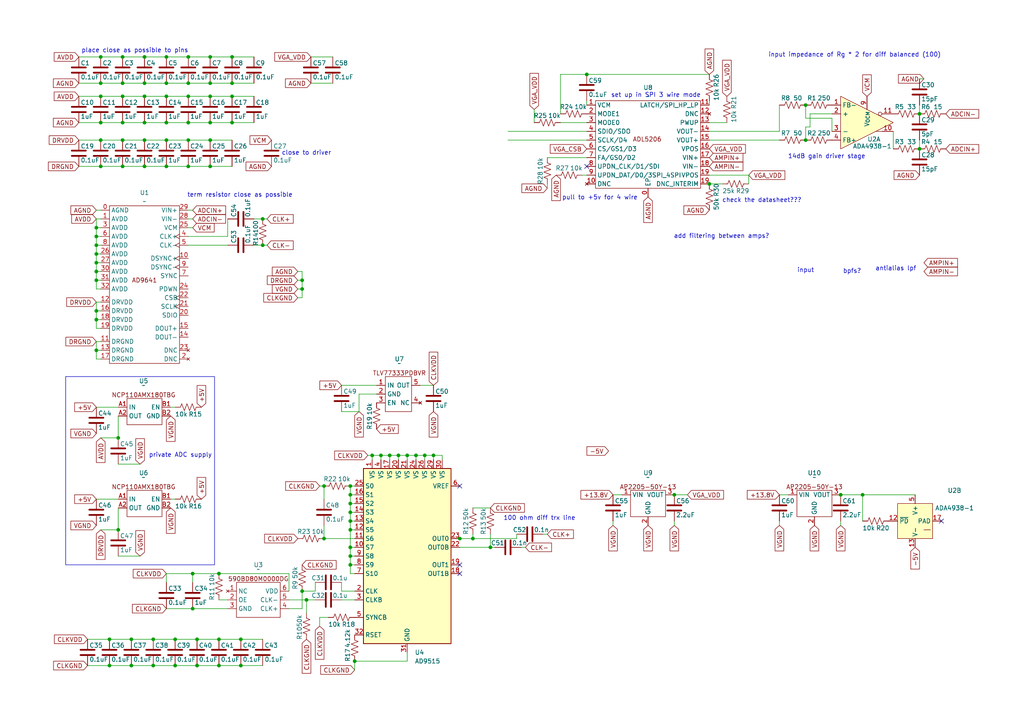
<source format=kicad_sch>
(kicad_sch (version 20231120) (generator "eeschema") (generator_version "8.0")
  (paper "A4")
  (junction (at 31.75 193.04))
  (junction (at 34.29 153.67))
  (junction (at 93.98 156.21))
  (junction (at 29.21 16.51))
  (junction (at 29.21 35.56))
  (junction (at 88.9 173.99))
  (junction (at 87.63 83.82))
  (junction (at 41.91 16.51))
  (junction (at 50.8 193.04))
  (junction (at 54.61 24.13))
  (junction (at 27.94 68.58))
  (junction (at 60.96 16.51))
  (junction (at 60.96 35.56))
  (junction (at 266.7 43.18))
  (junction (at 41.91 27.94))
  (junction (at 35.56 35.56))
  (junction (at 55.88 166.37))
  (junction (at 29.21 24.13))
  (junction (at 27.94 101.6))
  (junction (at 35.56 48.26))
  (junction (at 101.6 143.51))
  (junction (at 60.96 40.64))
  (junction (at 57.15 193.04))
  (junction (at 133.35 156.21))
  (junction (at 63.5 185.42))
  (junction (at 123.19 132.08))
  (junction (at 101.6 153.67))
  (junction (at 69.85 193.04))
  (junction (at 63.5 166.37))
  (junction (at 44.45 185.42))
  (junction (at 118.11 132.08))
  (junction (at 54.61 35.56))
  (junction (at 27.94 73.66))
  (junction (at 107.95 132.08))
  (junction (at 55.88 176.53))
  (junction (at 76.2 71.12))
  (junction (at 48.26 24.13))
  (junction (at 44.45 193.04))
  (junction (at 27.94 71.12))
  (junction (at 41.91 40.64))
  (junction (at 76.2 63.5))
  (junction (at 35.56 16.51))
  (junction (at 67.31 35.56))
  (junction (at 125.73 132.08))
  (junction (at 48.26 40.64))
  (junction (at 101.6 163.83))
  (junction (at 31.75 185.42))
  (junction (at 69.85 185.42))
  (junction (at 27.94 78.74))
  (junction (at 195.58 143.51))
  (junction (at 48.26 48.26))
  (junction (at 102.87 191.77))
  (junction (at 233.68 40.64))
  (junction (at 48.26 35.56))
  (junction (at 48.26 16.51))
  (junction (at 50.8 185.42))
  (junction (at 233.68 30.48))
  (junction (at 101.6 148.59))
  (junction (at 113.03 132.08))
  (junction (at 27.94 76.2))
  (junction (at 27.94 81.28))
  (junction (at 115.57 132.08))
  (junction (at 29.21 48.26))
  (junction (at 170.18 21.59))
  (junction (at 67.31 27.94))
  (junction (at 29.21 27.94))
  (junction (at 101.6 140.97))
  (junction (at 54.61 27.94))
  (junction (at 27.94 92.71))
  (junction (at 101.6 151.13))
  (junction (at 67.31 24.13))
  (junction (at 48.26 27.94))
  (junction (at 101.6 146.05))
  (junction (at 87.63 171.45))
  (junction (at 54.61 16.51))
  (junction (at 27.94 66.04))
  (junction (at 38.1 185.42))
  (junction (at 54.61 48.26))
  (junction (at 57.15 185.42))
  (junction (at 29.21 40.64))
  (junction (at 60.96 27.94))
  (junction (at 41.91 48.26))
  (junction (at 38.1 193.04))
  (junction (at 101.6 158.75))
  (junction (at 67.31 16.51))
  (junction (at 142.24 158.75))
  (junction (at 34.29 127))
  (junction (at 60.96 48.26))
  (junction (at 63.5 193.04))
  (junction (at 120.65 132.08))
  (junction (at 35.56 27.94))
  (junction (at 266.7 33.02))
  (junction (at 41.91 24.13))
  (junction (at 60.96 24.13))
  (junction (at 41.91 35.56))
  (junction (at 110.49 132.08))
  (junction (at 93.98 140.97))
  (junction (at 101.6 161.29))
  (junction (at 35.56 24.13))
  (junction (at 205.74 53.34))
  (junction (at 27.94 90.17))
  (junction (at 243.84 143.51))
  (junction (at 35.56 40.64))
  (junction (at 87.63 81.28))
  (junction (at 54.61 40.64))
  (junction (at 250.19 143.51))
  (junction (at 137.16 156.21))
  (no_connect (at 133.35 166.37))
  (no_connect (at 133.35 140.97))
  (no_connect (at 133.35 163.83))
  (no_connect (at 170.18 48.26))
  (no_connect (at 273.05 151.13))
  (wire (pts (xy 34.29 120.65) (xy 34.29 127)))
  (wire (pts (xy 22.86 48.26) (xy 29.21 48.26)))
  (wire (pts (xy 69.85 185.42) (xy 76.2 185.42)))
  (wire (pts (xy 86.36 81.28) (xy 87.63 81.28)))
  (wire (pts (xy 22.86 35.56) (xy 29.21 35.56)))
  (wire (pts (xy 22.86 24.13) (xy 29.21 24.13)))
  (wire (pts (xy 217.17 50.8) (xy 217.17 53.34)))
  (wire (pts (xy 48.26 35.56) (xy 54.61 35.56)))
  (wire (pts (xy 102.87 158.75) (xy 101.6 158.75)))
  (wire (pts (xy 22.86 16.51) (xy 29.21 16.51)))
  (wire (pts (xy 101.6 143.51) (xy 101.6 140.97)))
  (wire (pts (xy 29.21 24.13) (xy 35.56 24.13)))
  (wire (pts (xy 233.68 34.29) (xy 241.3 34.29)))
  (wire (pts (xy 101.6 146.05) (xy 101.6 148.59)))
  (wire (pts (xy 123.19 132.08) (xy 123.19 133.35)))
  (wire (pts (xy 128.27 132.08) (xy 128.27 133.35)))
  (wire (pts (xy 27.94 66.04) (xy 29.21 66.04)))
  (wire (pts (xy 95.25 179.07) (xy 92.71 179.07)))
  (wire (pts (xy 115.57 132.08) (xy 115.57 133.35)))
  (wire (pts (xy 73.66 71.12) (xy 76.2 71.12)))
  (wire (pts (xy 199.39 143.51) (xy 195.58 143.51)))
  (wire (pts (xy 101.6 161.29) (xy 101.6 158.75)))
  (wire (pts (xy 27.94 71.12) (xy 29.21 71.12)))
  (wire (pts (xy 35.56 16.51) (xy 41.91 16.51)))
  (wire (pts (xy 88.9 173.99) (xy 91.44 173.99)))
  (wire (pts (xy 54.61 16.51) (xy 60.96 16.51)))
  (wire (pts (xy 60.96 24.13) (xy 67.31 24.13)))
  (wire (pts (xy 147.32 38.1) (xy 170.18 38.1)))
  (wire (pts (xy 76.2 63.5) (xy 77.47 63.5)))
  (wire (pts (xy 101.6 158.75) (xy 101.6 153.67)))
  (wire (pts (xy 48.26 40.64) (xy 54.61 40.64)))
  (wire (pts (xy 27.94 92.71) (xy 29.21 92.71)))
  (wire (pts (xy 158.75 154.94) (xy 157.48 154.94)))
  (wire (pts (xy 55.88 166.37) (xy 55.88 168.91)))
  (wire (pts (xy 57.15 193.04) (xy 63.5 193.04)))
  (wire (pts (xy 31.75 193.04) (xy 38.1 193.04)))
  (wire (pts (xy 41.91 48.26) (xy 48.26 48.26)))
  (wire (pts (xy 93.98 152.4) (xy 93.98 156.21)))
  (wire (pts (xy 110.49 132.08) (xy 113.03 132.08)))
  (wire (pts (xy 27.94 99.06) (xy 27.94 101.6)))
  (wire (pts (xy 113.03 132.08) (xy 115.57 132.08)))
  (wire (pts (xy 54.61 24.13) (xy 60.96 24.13)))
  (wire (pts (xy 101.6 148.59) (xy 101.6 151.13)))
  (wire (pts (xy 93.98 156.21) (xy 102.87 156.21)))
  (wire (pts (xy 22.86 40.64) (xy 29.21 40.64)))
  (wire (pts (xy 29.21 35.56) (xy 35.56 35.56)))
  (wire (pts (xy 35.56 35.56) (xy 41.91 35.56)))
  (wire (pts (xy 27.94 81.28) (xy 29.21 81.28)))
  (wire (pts (xy 48.26 24.13) (xy 54.61 24.13)))
  (wire (pts (xy 27.94 71.12) (xy 27.94 73.66)))
  (wire (pts (xy 101.6 148.59) (xy 102.87 148.59)))
  (wire (pts (xy 29.21 99.06) (xy 27.94 99.06)))
  (wire (pts (xy 110.49 132.08) (xy 110.49 133.35)))
  (wire (pts (xy 29.21 63.5) (xy 27.94 63.5)))
  (wire (pts (xy 250.19 143.51) (xy 250.19 151.13)))
  (wire (pts (xy 69.85 193.04) (xy 76.2 193.04)))
  (wire (pts (xy 92.71 140.97) (xy 93.98 140.97)))
  (wire (pts (xy 125.73 132.08) (xy 125.73 133.35)))
  (wire (pts (xy 158.75 45.72) (xy 170.18 45.72)))
  (wire (pts (xy 27.94 118.11) (xy 34.29 118.11)))
  (wire (pts (xy 101.6 163.83) (xy 102.87 163.83)))
  (wire (pts (xy 107.95 132.08) (xy 107.95 133.35)))
  (wire (pts (xy 121.92 111.76) (xy 125.73 111.76)))
  (wire (pts (xy 22.86 27.94) (xy 29.21 27.94)))
  (wire (pts (xy 137.16 147.32) (xy 142.24 147.32)))
  (wire (pts (xy 142.24 154.94) (xy 142.24 158.75)))
  (wire (pts (xy 55.88 66.04) (xy 54.61 66.04)))
  (wire (pts (xy 99.06 171.45) (xy 99.06 168.91)))
  (wire (pts (xy 54.61 68.58) (xy 66.04 68.58)))
  (wire (pts (xy 90.17 16.51) (xy 96.52 16.51)))
  (wire (pts (xy 234.95 33.02) (xy 241.3 33.02)))
  (wire (pts (xy 195.58 152.4) (xy 195.58 151.13)))
  (wire (pts (xy 83.82 176.53) (xy 87.63 176.53)))
  (wire (pts (xy 101.6 146.05) (xy 102.87 146.05)))
  (wire (pts (xy 102.87 171.45) (xy 99.06 171.45)))
  (wire (pts (xy 102.87 143.51) (xy 101.6 143.51)))
  (wire (pts (xy 101.6 140.97) (xy 102.87 140.97)))
  (wire (pts (xy 48.26 27.94) (xy 54.61 27.94)))
  (wire (pts (xy 109.22 114.3) (xy 104.14 114.3)))
  (wire (pts (xy 25.4 193.04) (xy 31.75 193.04)))
  (wire (pts (xy 27.94 144.78) (xy 34.29 144.78)))
  (wire (pts (xy 86.36 78.74) (xy 87.63 78.74)))
  (wire (pts (xy 170.18 21.59) (xy 205.74 21.59)))
  (wire (pts (xy 125.73 132.08) (xy 128.27 132.08)))
  (wire (pts (xy 27.94 68.58) (xy 27.94 71.12)))
  (wire (pts (xy 205.74 38.1) (xy 226.06 38.1)))
  (wire (pts (xy 101.6 161.29) (xy 102.87 161.29)))
  (wire (pts (xy 67.31 16.51) (xy 73.66 16.51)))
  (wire (pts (xy 162.56 33.02) (xy 162.56 21.59)))
  (wire (pts (xy 142.24 158.75) (xy 143.51 158.75)))
  (wire (pts (xy 29.21 16.51) (xy 35.56 16.51)))
  (wire (pts (xy 67.31 24.13) (xy 73.66 24.13)))
  (wire (pts (xy 149.86 156.21) (xy 137.16 156.21)))
  (wire (pts (xy 27.94 78.74) (xy 29.21 78.74)))
  (wire (pts (xy 120.65 132.08) (xy 120.65 133.35)))
  (wire (pts (xy 107.95 132.08) (xy 110.49 132.08)))
  (wire (pts (xy 118.11 191.77) (xy 118.11 189.23)))
  (wire (pts (xy 27.94 73.66) (xy 27.94 76.2)))
  (wire (pts (xy 142.24 158.75) (xy 133.35 158.75)))
  (wire (pts (xy 265.43 143.51) (xy 250.19 143.51)))
  (wire (pts (xy 102.87 191.77) (xy 102.87 194.31)))
  (wire (pts (xy 234.95 36.83) (xy 234.95 33.02)))
  (wire (pts (xy 41.91 35.56) (xy 48.26 35.56)))
  (wire (pts (xy 25.4 185.42) (xy 31.75 185.42)))
  (wire (pts (xy 27.94 60.96) (xy 29.21 60.96)))
  (wire (pts (xy 101.6 166.37) (xy 101.6 163.83)))
  (wire (pts (xy 54.61 27.94) (xy 60.96 27.94)))
  (wire (pts (xy 205.74 35.56) (xy 210.82 35.56)))
  (wire (pts (xy 149.86 154.94) (xy 149.86 156.21)))
  (wire (pts (xy 27.94 95.25) (xy 29.21 95.25)))
  (wire (pts (xy 88.9 173.99) (xy 88.9 177.8)))
  (wire (pts (xy 27.94 104.14) (xy 29.21 104.14)))
  (wire (pts (xy 87.63 78.74) (xy 87.63 81.28)))
  (wire (pts (xy 118.11 132.08) (xy 118.11 133.35)))
  (wire (pts (xy 29.21 153.67) (xy 34.29 153.67)))
  (wire (pts (xy 31.75 185.42) (xy 38.1 185.42)))
  (wire (pts (xy 41.91 40.64) (xy 48.26 40.64)))
  (wire (pts (xy 151.13 158.75) (xy 152.4 158.75)))
  (wire (pts (xy 101.6 146.05) (xy 101.6 143.51)))
  (wire (pts (xy 266.7 30.48) (xy 266.7 33.02)))
  (wire (pts (xy 27.94 78.74) (xy 27.94 81.28)))
  (wire (pts (xy 54.61 48.26) (xy 60.96 48.26)))
  (wire (pts (xy 27.94 66.04) (xy 27.94 68.58)))
  (wire (pts (xy 266.7 22.86) (xy 267.97 22.86)))
  (wire (pts (xy 99.06 119.38) (xy 104.14 119.38)))
  (wire (pts (xy 67.31 27.94) (xy 73.66 27.94)))
  (wire (pts (xy 99.06 111.76) (xy 109.22 111.76)))
  (wire (pts (xy 226.06 143.51) (xy 228.6 143.51)))
  (wire (pts (xy 29.21 40.64) (xy 35.56 40.64)))
  (wire (pts (xy 132.08 156.21) (xy 133.35 156.21)))
  (wire (pts (xy 41.91 27.94) (xy 48.26 27.94)))
  (wire (pts (xy 44.45 193.04) (xy 50.8 193.04)))
  (wire (pts (xy 29.21 87.63) (xy 27.94 87.63)))
  (wire (pts (xy 226.06 38.1) (xy 226.06 30.48)))
  (wire (pts (xy 44.45 185.42) (xy 50.8 185.42)))
  (wire (pts (xy 90.17 24.13) (xy 96.52 24.13)))
  (wire (pts (xy 123.19 132.08) (xy 125.73 132.08)))
  (wire (pts (xy 137.16 156.21) (xy 133.35 156.21)))
  (wire (pts (xy 41.91 24.13) (xy 48.26 24.13)))
  (wire (pts (xy 48.26 16.51) (xy 54.61 16.51)))
  (wire (pts (xy 50.8 193.04) (xy 57.15 193.04)))
  (wire (pts (xy 27.94 68.58) (xy 29.21 68.58)))
  (wire (pts (xy 48.26 166.37) (xy 55.88 166.37)))
  (wire (pts (xy 66.04 68.58) (xy 66.04 63.5)))
  (wire (pts (xy 106.68 132.08) (xy 107.95 132.08)))
  (wire (pts (xy 162.56 21.59) (xy 170.18 21.59)))
  (wire (pts (xy 34.29 147.32) (xy 34.29 153.67)))
  (wire (pts (xy 35.56 24.13) (xy 41.91 24.13)))
  (wire (pts (xy 162.56 35.56) (xy 170.18 35.56)))
  (wire (pts (xy 48.26 166.37) (xy 48.26 168.91)))
  (wire (pts (xy 55.88 176.53) (xy 66.04 176.53)))
  (wire (pts (xy 104.14 114.3) (xy 104.14 119.38)))
  (wire (pts (xy 115.57 132.08) (xy 118.11 132.08)))
  (wire (pts (xy 35.56 27.94) (xy 41.91 27.94)))
  (wire (pts (xy 27.94 90.17) (xy 29.21 90.17)))
  (wire (pts (xy 233.68 34.29) (xy 233.68 30.48)))
  (wire (pts (xy 63.5 185.42) (xy 69.85 185.42)))
  (wire (pts (xy 266.7 40.64) (xy 266.7 43.18)))
  (wire (pts (xy 226.06 152.4) (xy 226.06 151.13)))
  (wire (pts (xy 27.94 76.2) (xy 27.94 78.74)))
  (wire (pts (xy 118.11 132.08) (xy 120.65 132.08)))
  (wire (pts (xy 67.31 35.56) (xy 73.66 35.56)))
  (wire (pts (xy 101.6 163.83) (xy 101.6 161.29)))
  (wire (pts (xy 92.71 179.07) (xy 92.71 181.61)))
  (wire (pts (xy 205.74 29.21) (xy 205.74 30.48)))
  (wire (pts (xy 158.75 53.34) (xy 158.75 54.61)))
  (wire (pts (xy 63.5 166.37) (xy 83.82 166.37)))
  (wire (pts (xy 27.94 73.66) (xy 29.21 73.66)))
  (wire (pts (xy 50.8 185.42) (xy 57.15 185.42)))
  (wire (pts (xy 54.61 60.96) (xy 55.88 60.96)))
  (wire (pts (xy 205.74 53.34) (xy 209.55 53.34)))
  (wire (pts (xy 177.8 143.51) (xy 180.34 143.51)))
  (wire (pts (xy 34.29 161.29) (xy 40.64 161.29)))
  (wire (pts (xy 241.3 143.51) (xy 243.84 143.51)))
  (wire (pts (xy 154.94 31.75) (xy 154.94 35.56)))
  (wire (pts (xy 147.32 40.64) (xy 170.18 40.64)))
  (wire (pts (xy 49.53 118.11) (xy 50.8 118.11)))
  (wire (pts (xy 55.88 166.37) (xy 63.5 166.37)))
  (wire (pts (xy 60.96 48.26) (xy 67.31 48.26)))
  (wire (pts (xy 170.18 29.21) (xy 170.18 30.48)))
  (wire (pts (xy 27.94 63.5) (xy 27.94 66.04)))
  (wire (pts (xy 259.08 38.1) (xy 259.08 43.18)))
  (wire (pts (xy 233.68 36.83) (xy 234.95 36.83)))
  (wire (pts (xy 101.6 153.67) (xy 101.6 151.13)))
  (wire (pts (xy 99.06 173.99) (xy 102.87 173.99)))
  (wire (pts (xy 38.1 185.42) (xy 44.45 185.42)))
  (wire (pts (xy 91.44 171.45) (xy 87.63 171.45)))
  (wire (pts (xy 60.96 40.64) (xy 67.31 40.64)))
  (wire (pts (xy 205.74 40.64) (xy 226.06 40.64)))
  (wire (pts (xy 54.61 40.64) (xy 60.96 40.64)))
  (wire (pts (xy 243.84 152.4) (xy 243.84 151.13)))
  (wire (pts (xy 83.82 166.37) (xy 83.82 171.45)))
  (wire (pts (xy 87.63 81.28) (xy 87.63 83.82)))
  (wire (pts (xy 233.68 40.64) (xy 233.68 36.83)))
  (wire (pts (xy 34.29 134.62) (xy 40.64 134.62)))
  (wire (pts (xy 35.56 40.64) (xy 41.91 40.64)))
  (wire (pts (xy 60.96 35.56) (xy 67.31 35.56)))
  (wire (pts (xy 29.21 27.94) (xy 35.56 27.94)))
  (wire (pts (xy 38.1 193.04) (xy 44.45 193.04)))
  (wire (pts (xy 113.03 132.08) (xy 113.03 133.35)))
  (wire (pts (xy 87.63 86.36) (xy 86.36 86.36)))
  (wire (pts (xy 86.36 83.82) (xy 87.63 83.82)))
  (wire (pts (xy 27.94 101.6) (xy 29.21 101.6)))
  (wire (pts (xy 83.82 173.99) (xy 88.9 173.99)))
  (wire (pts (xy 73.66 63.5) (xy 76.2 63.5)))
  (wire (pts (xy 27.94 87.63) (xy 27.94 90.17)))
  (wire (pts (xy 60.96 27.94) (xy 67.31 27.94)))
  (wire (pts (xy 27.94 81.28) (xy 27.94 83.82)))
  (wire (pts (xy 27.94 101.6) (xy 27.94 104.14)))
  (wire (pts (xy 27.94 83.82) (xy 29.21 83.82)))
  (wire (pts (xy 217.17 50.8) (xy 205.74 50.8)))
  (wire (pts (xy 27.94 76.2) (xy 29.21 76.2)))
  (wire (pts (xy 57.15 185.42) (xy 63.5 185.42)))
  (wire (pts (xy 102.87 191.77) (xy 118.11 191.77)))
  (wire (pts (xy 241.3 34.29) (xy 241.3 38.1)))
  (wire (pts (xy 48.26 176.53) (xy 55.88 176.53)))
  (wire (pts (xy 35.56 48.26) (xy 41.91 48.26)))
  (wire (pts (xy 120.65 132.08) (xy 123.19 132.08)))
  (wire (pts (xy 137.16 154.94) (xy 137.16 156.21)))
  (wire (pts (xy 60.96 16.51) (xy 67.31 16.51)))
  (wire (pts (xy 48.26 48.26) (xy 54.61 48.26)))
  (wire (pts (xy 76.2 71.12) (xy 77.47 71.12)))
  (wire (pts (xy 54.61 71.12) (xy 66.04 71.12)))
  (wire (pts (xy 41.91 16.51) (xy 48.26 16.51)))
  (wire (pts (xy 49.53 144.78) (xy 50.8 144.78)))
  (wire (pts (xy 102.87 151.13) (xy 101.6 151.13)))
  (wire (pts (xy 93.98 140.97) (xy 93.98 144.78)))
  (wire (pts (xy 102.87 153.67) (xy 101.6 153.67)))
  (wire (pts (xy 87.63 83.82) (xy 87.63 86.36)))
  (wire (pts (xy 54.61 63.5) (xy 55.88 63.5)))
  (wire (pts (xy 29.21 48.26) (xy 35.56 48.26)))
  (wire (pts (xy 168.91 50.8) (xy 170.18 50.8)))
  (wire (pts (xy 29.21 127) (xy 34.29 127)))
  (wire (pts (xy 177.8 152.4) (xy 177.8 151.13)))
  (wire (pts (xy 27.94 90.17) (xy 27.94 92.71)))
  (wire (pts (xy 54.61 35.56) (xy 60.96 35.56)))
  (wire (pts (xy 63.5 173.99) (xy 66.04 173.99)))
  (wire (pts (xy 91.44 168.91) (xy 91.44 171.45)))
  (wire (pts (xy 102.87 166.37) (xy 101.6 166.37)))
  (wire (pts (xy 63.5 193.04) (xy 69.85 193.04)))
  (wire (pts (xy 87.63 176.53) (xy 87.63 171.45)))
  (wire (pts (xy 27.94 92.71) (xy 27.94 95.25)))
  (wire (pts (xy 243.84 143.51) (xy 250.19 143.51)))
  (rectangle (start 19.05 109.22) (end 62.23 163.83))
  (text "14dB gain driver stage" (at 239.776 45.466 0) (effects (font (size 1.27 1.27))))
  (text "check the datasheet???" (at 220.98 58.166 0) (effects (font (size 1.27 1.27))))
  (text "input" (at 233.68 78.486 0) (effects (font (size 1.27 1.27))))
  (text "bpfs?" (at 247.142 78.74 0) (effects (font (size 1.27 1.27))))
  (text "antialias lpf" (at 259.842 77.978 0) (effects (font (size 1.27 1.27))))
  (text "add filtering between amps?" (at 209.296 68.58 0) (effects (font (size 1.27 1.27))))
  (text "100 ohm diff trx line" (at 156.464 150.368 0) (effects (font (size 1.27 1.27))))
  (text "close to driver" (at 88.9 44.45 0) (effects (font (size 1.27 1.27))))
  (text "pull to +5v for 4 wire" (at 173.99 57.404 0) (effects (font (size 1.27 1.27))))
  (text "input impedance of Rg * 2 for diff balanced (100)" (at 247.904 16.002 0) (effects (font (size 1.27 1.27))))
  (text "private ADC supply" (at 52.324 132.08 0) (effects (font (size 1.27 1.27))))
  (text "place close as possible to pins" (at 39.116 14.732 0) (effects (font (size 1.27 1.27))))
  (text "set up in SPI 3 wire mode" (at 190.246 27.686 0) (effects (font (size 1.27 1.27))))
  (text "term resistor close as possible\n" (at 69.596 56.642 0) (effects (font (size 1.27 1.27))))
  (global_label "AVDD" (shape input) (at 27.94 63.5 180) (property "Intersheetrefs" "${INTERSHEET_REFS}" (effects (hide yes))))
  (global_label "ADCIN-" (shape input) (at 55.88 63.5 0) (property "Intersheetrefs" "${INTERSHEET_REFS}" (effects (hide yes))))
  (global_label "DRGND" (shape input) (at 86.36 81.28 180) (property "Intersheetrefs" "${INTERSHEET_REFS}" (effects (hide yes))))
  (global_label "+13.8V" (shape input) (at 226.06 143.51 180) (property "Intersheetrefs" "${INTERSHEET_REFS}" (effects (hide yes))))
  (global_label "CLKGND" (shape input) (at 86.36 86.36 180) (property "Intersheetrefs" "${INTERSHEET_REFS}" (effects (hide yes))))
  (global_label "AVDD" (shape input) (at 22.86 16.51 180) (property "Intersheetrefs" "${INTERSHEET_REFS}" (effects (hide yes))))
  (global_label "ADCIN+" (shape input) (at 55.88 60.96 0) (property "Intersheetrefs" "${INTERSHEET_REFS}" (effects (hide yes))))
  (global_label "DRVDD" (shape input) (at 22.86 40.64 180) (property "Intersheetrefs" "${INTERSHEET_REFS}" (effects (hide yes))))
  (global_label "VGND" (shape input) (at 125.73 119.38 270) (property "Intersheetrefs" "${INTERSHEET_REFS}" (effects (hide yes))))
  (global_label "CLKVDD" (shape input) (at 106.68 132.08 180) (property "Intersheetrefs" "${INTERSHEET_REFS}" (effects (hide yes))))
  (global_label "CLKGND" (shape input) (at 88.9 185.42 270) (property "Intersheetrefs" "${INTERSHEET_REFS}" (effects (hide yes))))
  (global_label "CLK+" (shape input) (at 158.75 154.94 0) (property "Intersheetrefs" "${INTERSHEET_REFS}" (effects (hide yes))))
  (global_label "VGND" (shape input) (at 104.14 119.38 270) (property "Intersheetrefs" "${INTERSHEET_REFS}" (effects (hide yes))))
  (global_label "AGND" (shape input) (at 27.94 60.96 180) (property "Intersheetrefs" "${INTERSHEET_REFS}" (effects (hide yes))))
  (global_label "CLKVDD" (shape input) (at 48.26 166.37 180) (property "Intersheetrefs" "${INTERSHEET_REFS}" (effects (hide yes))))
  (global_label "CLKGND" (shape input) (at 48.26 176.53 180) (property "Intersheetrefs" "${INTERSHEET_REFS}" (effects (hide yes))))
  (global_label "CLKVDD" (shape input) (at 86.36 156.21 180) (property "Intersheetrefs" "${INTERSHEET_REFS}" (effects (hide yes))))
  (global_label "VGA_VDD" (shape input) (at 217.17 50.8 0) (property "Intersheetrefs" "${INTERSHEET_REFS}" (effects (hide yes))))
  (global_label "VGA_VDD" (shape input) (at 154.94 31.75 90) (property "Intersheetrefs" "${INTERSHEET_REFS}" (effects (hide yes))))
  (global_label "AGND" (shape input) (at 161.29 50.8 270) (property "Intersheetrefs" "${INTERSHEET_REFS}" (effects (hide yes))))
  (global_label "VGA_VDD" (shape input) (at 205.74 43.18 0) (property "Intersheetrefs" "${INTERSHEET_REFS}" (effects (hide yes))))
  (global_label "CLKVDD" (shape input) (at 92.71 181.61 270) (property "Intersheetrefs" "${INTERSHEET_REFS}" (effects (hide yes))))
  (global_label "CLKGND" (shape input) (at 142.24 147.32 0) (property "Intersheetrefs" "${INTERSHEET_REFS}" (effects (hide yes))))
  (global_label "VGA_CSB" (shape input) (at 170.18 43.18 180) (property "Intersheetrefs" "${INTERSHEET_REFS}" (effects (hide yes))))
  (global_label "AVDD" (shape input) (at 29.21 127 270) (property "Intersheetrefs" "${INTERSHEET_REFS}" (effects (hide yes))))
  (global_label "AGND" (shape input) (at 266.7 50.8 180) (property "Intersheetrefs" "${INTERSHEET_REFS}" (effects (hide yes))))
  (global_label "CLK+" (shape input) (at 77.47 63.5 0) (property "Intersheetrefs" "${INTERSHEET_REFS}" (effects (hide yes))))
  (global_label "CLKGND" (shape input) (at 102.87 194.31 180) (property "Intersheetrefs" "${INTERSHEET_REFS}" (effects (hide yes))))
  (global_label "CLK-" (shape input) (at 77.47 71.12 0) (property "Intersheetrefs" "${INTERSHEET_REFS}" (effects (hide yes))))
  (global_label "VGND" (shape input) (at 27.94 152.4 180) (property "Intersheetrefs" "${INTERSHEET_REFS}" (effects (hide yes))))
  (global_label "VCM" (shape input) (at 251.46 27.94 90) (property "Intersheetrefs" "${INTERSHEET_REFS}" (effects (hide yes))))
  (global_label "CLKGND" (shape input) (at 92.71 140.97 180) (property "Intersheetrefs" "${INTERSHEET_REFS}" (effects (hide yes))))
  (global_label "-5V" (shape input) (at 265.43 158.75 270) (property "Intersheetrefs" "${INTERSHEET_REFS}" (effects (hide yes))))
  (global_label "VGND" (shape input) (at 226.06 152.4 270) (property "Intersheetrefs" "${INTERSHEET_REFS}" (effects (hide yes))))
  (global_label "AMPIN-" (shape input) (at 267.97 78.74 0) (property "Intersheetrefs" "${INTERSHEET_REFS}" (effects (hide yes))))
  (global_label "VGND" (shape input) (at 187.96 152.4 270) (property "Intersheetrefs" "${INTERSHEET_REFS}" (effects (hide yes))))
  (global_label "VGND" (shape input) (at 86.36 83.82 180) (property "Intersheetrefs" "${INTERSHEET_REFS}" (effects (hide yes))))
  (global_label "AGND" (shape input) (at 205.74 21.59 90) (property "Intersheetrefs" "${INTERSHEET_REFS}" (effects (hide yes))))
  (global_label "VCM" (shape input) (at 78.74 40.64 180) (property "Intersheetrefs" "${INTERSHEET_REFS}" (effects (hide yes))))
  (global_label "AVDD" (shape input) (at 22.86 27.94 180) (property "Intersheetrefs" "${INTERSHEET_REFS}" (effects (hide yes))))
  (global_label "+5V" (shape input) (at 109.22 124.46 0) (property "Intersheetrefs" "${INTERSHEET_REFS}" (effects (hide yes))))
  (global_label "AGND" (shape input) (at 187.96 57.15 270) (property "Intersheetrefs" "${INTERSHEET_REFS}" (effects (hide yes))))
  (global_label "AGND" (shape input) (at 78.74 48.26 180) (property "Intersheetrefs" "${INTERSHEET_REFS}" (effects (hide yes))))
  (global_label "-5V" (shape input) (at 176.53 130.81 180) (property "Intersheetrefs" "${INTERSHEET_REFS}" (effects (hide yes))))
  (global_label "AGND" (shape input) (at 158.75 54.61 180) (property "Intersheetrefs" "${INTERSHEET_REFS}" (effects (hide yes))))
  (global_label "AMPIN+" (shape input) (at 205.74 45.72 0) (property "Intersheetrefs" "${INTERSHEET_REFS}" (effects (hide yes))))
  (global_label "VGA_VDD" (shape input) (at 210.82 27.94 90) (property "Intersheetrefs" "${INTERSHEET_REFS}" (effects (hide yes))))
  (global_label "AGND" (shape input) (at 86.36 78.74 180) (property "Intersheetrefs" "${INTERSHEET_REFS}" (effects (hide yes))))
  (global_label "VGA_VDD" (shape input) (at 199.39 143.51 0) (property "Intersheetrefs" "${INTERSHEET_REFS}" (effects (hide yes))))
  (global_label "VGA_VDD" (shape input) (at 90.17 16.51 180) (property "Intersheetrefs" "${INTERSHEET_REFS}" (effects (hide yes))))
  (global_label "CLK-" (shape input) (at 152.4 158.75 0) (property "Intersheetrefs" "${INTERSHEET_REFS}" (effects (hide yes))))
  (global_label "VGND" (shape input) (at 49.53 120.65 270) (property "Intersheetrefs" "${INTERSHEET_REFS}" (effects (hide yes))))
  (global_label "AMPIN+" (shape input) (at 267.97 76.2 0) (property "Intersheetrefs" "${INTERSHEET_REFS}" (effects (hide yes))))
  (global_label "VGND" (shape input) (at 243.84 152.4 270) (property "Intersheetrefs" "${INTERSHEET_REFS}" (effects (hide yes))))
  (global_label "AGND" (shape input) (at 22.86 24.13 180) (property "Intersheetrefs" "${INTERSHEET_REFS}" (effects (hide yes))))
  (global_label "AGND" (shape input) (at 90.17 24.13 180) (property "Intersheetrefs" "${INTERSHEET_REFS}" (effects (hide yes))))
  (global_label "DRGND" (shape input) (at 22.86 48.26 180) (property "Intersheetrefs" "${INTERSHEET_REFS}" (effects (hide yes))))
  (global_label "VGND" (shape input) (at 177.8 152.4 270) (property "Intersheetrefs" "${INTERSHEET_REFS}" (effects (hide yes))))
  (global_label "AGND" (shape input) (at 205.74 60.96 180) (property "Intersheetrefs" "${INTERSHEET_REFS}" (effects (hide yes))))
  (global_label "CLKVDD" (shape input) (at 25.4 185.42 180) (property "Intersheetrefs" "${INTERSHEET_REFS}" (effects (hide yes))))
  (global_label "+5V" (shape input) (at 58.42 118.11 90) (property "Intersheetrefs" "${INTERSHEET_REFS}" (effects (hide yes))))
  (global_label "VGND" (shape input) (at 195.58 152.4 270) (property "Intersheetrefs" "${INTERSHEET_REFS}" (effects (hide yes))))
  (global_label "DRGND" (shape input) (at 27.94 99.06 180) (property "Intersheetrefs" "${INTERSHEET_REFS}" (effects (hide yes))))
  (global_label "+5V" (shape input) (at 99.06 111.76 180) (property "Intersheetrefs" "${INTERSHEET_REFS}" (effects (hide yes))))
  (global_label "DRVDD" (shape input) (at 27.94 87.63 180) (property "Intersheetrefs" "${INTERSHEET_REFS}" (effects (hide yes))))
  (global_label "VGND" (shape input) (at 40.64 161.29 90) (property "Intersheetrefs" "${INTERSHEET_REFS}" (effects (hide yes))))
  (global_label "VCM" (shape input) (at 55.88 66.04 0) (property "Intersheetrefs" "${INTERSHEET_REFS}" (effects (hide yes))))
  (global_label "+5V" (shape input) (at 58.42 144.78 90) (property "Intersheetrefs" "${INTERSHEET_REFS}" (effects (hide yes))))
  (global_label "AGND" (shape input) (at 267.97 22.86 180) (property "Intersheetrefs" "${INTERSHEET_REFS}" (effects (hide yes))))
  (global_label "AMPIN-" (shape input) (at 205.74 48.26 0) (property "Intersheetrefs" "${INTERSHEET_REFS}" (effects (hide yes))))
  (global_label "VGND" (shape input) (at 236.22 152.4 270) (property "Intersheetrefs" "${INTERSHEET_REFS}" (effects (hide yes))))
  (global_label "VGND" (shape input) (at 27.94 125.73 180) (property "Intersheetrefs" "${INTERSHEET_REFS}" (effects (hide yes))))
  (global_label "AGND" (shape input) (at 22.86 35.56 180) (property "Intersheetrefs" "${INTERSHEET_REFS}" (effects (hide yes))))
  (global_label "CLKVDD" (shape input) (at 125.73 111.76 90) (property "Intersheetrefs" "${INTERSHEET_REFS}" (effects (hide yes))))
  (global_label "+13.8V" (shape input) (at 177.8 143.51 180) (property "Intersheetrefs" "${INTERSHEET_REFS}" (effects (hide yes))))
  (global_label "ADCIN+" (shape input) (at 274.32 43.18 0) (property "Intersheetrefs" "${INTERSHEET_REFS}" (effects (hide yes))))
  (global_label "+5V" (shape input) (at 27.94 118.11 180) (property "Intersheetrefs" "${INTERSHEET_REFS}" (effects (hide yes))))
  (global_label "CLKGND" (shape input) (at 87.63 163.83 0) (property "Intersheetrefs" "${INTERSHEET_REFS}" (effects (hide yes))))
  (global_label "CLKGND" (shape input) (at 25.4 193.04 180) (property "Intersheetrefs" "${INTERSHEET_REFS}" (effects (hide yes))))
  (global_label "ADCIN-" (shape input) (at 274.32 33.02 0) (property "Intersheetrefs" "${INTERSHEET_REFS}" (effects (hide yes))))
  (global_label "+5V" (shape input) (at 27.94 144.78 180) (property "Intersheetrefs" "${INTERSHEET_REFS}" (effects (hide yes))))
  (global_label "VGND" (shape input) (at 40.64 134.62 90) (property "Intersheetrefs" "${INTERSHEET_REFS}" (effects (hide yes))))
  (global_label "DRVDD" (shape input) (at 29.21 153.67 270) (property "Intersheetrefs" "${INTERSHEET_REFS}" (effects (hide yes))))
  (global_label "VGND" (shape input) (at 49.53 147.32 270) (property "Intersheetrefs" "${INTERSHEET_REFS}" (effects (hide yes))))
  (symbol (lib_id "Device:C") (at 153.67 154.94 90) (unit 1)
    (property "Reference" "C52" (at 152.654 153.67 90) (effects (justify left)))
    (property "Value" "0.1n" (at 159.258 153.67 90) (effects (justify left)))
    (property "Footprint" "Capacitor_SMD:C_0402_1005Metric" (effects (hide yes)))
    (property "Description" "Unpolarized capacitor" (effects (hide yes)))
  )
  (symbol (lib_id "Device:C") (at 177.8 147.32 0) (unit 1)
    (property "Reference" "C55" (at 178.308 145.288 0) (effects (justify left)))
    (property "Value" "1uF" (at 178.308 149.352 0) (effects (justify left)))
    (property "Footprint" "Capacitor_SMD:C_0402_1005Metric" (effects (hide yes)))
    (property "Description" "Unpolarized capacitor" (effects (hide yes)))
  )
  (symbol (lib_id "Device:C") (at 226.06 147.32 0) (unit 1)
    (property "Reference" "C60" (at 226.568 145.288 0) (effects (justify left)))
    (property "Value" "1uF" (at 226.568 149.352 0) (effects (justify left)))
    (property "Footprint" "Capacitor_SMD:C_0402_1005Metric" (effects (hide yes)))
    (property "Description" "Unpolarized capacitor" (effects (hide yes)))
  )
  (symbol (lib_id "Device:R_US") (at 229.87 40.64 90) (unit 1)
    (property "Reference" "R7" (at 227.838 38.608 90))
    (property "Value" "50" (at 231.394 38.608 90))
    (property "Footprint" "Resistor_SMD:R_0402_1005Metric" (effects (hide yes)))
    (property "Description" "Resistor, US symbol" (effects (hide yes)))
  )
  (symbol (lib_id "hfsdr:AP2205-50Y-13") (at 187.96 146.05 0) (unit 1)
    (property "Reference" "U9" (at 187.96 137.16 0))
    (property "Value" "~" (at 187.96 138.43 0))
    (property "Footprint" "Package_TO_SOT_SMD:SOT-89-3" (effects (hide yes)))
  )
  (symbol (lib_id "Device:R_US") (at 88.9 181.61 180) (unit 1) (on_board no)
    (property "Reference" "R10" (at 86.868 183.642 90))
    (property "Value" "50k" (at 86.868 180.086 90))
    (property "Footprint" "Resistor_SMD:R_0402_1005Metric" (effects (hide yes)))
    (property "Description" "Resistor, US symbol" (effects (hide yes)))
  )
  (symbol (lib_id "Device:R_US") (at 97.79 140.97 90) (unit 1) (on_board no)
    (property "Reference" "R22" (at 95.758 138.938 90))
    (property "Value" "10k" (at 99.822 138.938 90))
    (property "Footprint" "Resistor_SMD:R_0402_1005Metric" (effects (hide yes)))
    (property "Description" "Resistor, US symbol" (effects (hide yes)))
  )
  (symbol (lib_id "Device:C") (at 27.94 121.92 0) (unit 1)
    (property "Reference" "C44" (at 28.448 119.888 0) (effects (justify left)))
    (property "Value" "1uF" (at 28.448 123.952 0) (effects (justify left)))
    (property "Footprint" "Capacitor_SMD:C_0402_1005Metric" (effects (hide yes)))
    (property "Description" "Unpolarized capacitor" (effects (hide yes)))
  )
  (symbol (lib_id "Device:C") (at 99.06 115.57 0) (unit 1)
    (property "Reference" "C49" (at 99.568 113.538 0) (effects (justify left)))
    (property "Value" "1uF" (at 99.568 117.602 0) (effects (justify left)))
    (property "Footprint" "Capacitor_SMD:C_0402_1005Metric" (effects (hide yes)))
    (property "Description" "Unpolarized capacitor" (effects (hide yes)))
  )
  (symbol (lib_id "Device:C") (at 48.26 172.72 0) (unit 1)
    (property "Reference" "C33" (at 48.768 170.688 0) (effects (justify left)))
    (property "Value" "0.1uF" (at 48.768 174.752 0) (effects (justify left)))
    (property "Footprint" "Capacitor_SMD:C_0402_1005Metric" (effects (hide yes)))
    (property "Description" "Unpolarized capacitor" (effects (hide yes)))
  )
  (symbol (lib_id "Device:C") (at 29.21 20.32 0) (unit 1)
    (property "Reference" "C2" (at 29.718 18.288 0) (effects (justify left)))
    (property "Value" "0.1uF" (at 29.718 22.352 0) (effects (justify left)))
    (property "Footprint" "Capacitor_SMD:C_0402_1005Metric" (effects (hide yes)))
    (property "Description" "Unpolarized capacitor" (effects (hide yes)))
  )
  (symbol (lib_id "Device:C") (at 69.85 71.12 90) (unit 1)
    (property "Reference" "C53" (at 67.818 70.612 0) (effects (justify left)))
    (property "Value" "0.1uF" (at 71.882 70.612 0) (effects (justify left)))
    (property "Footprint" "Capacitor_SMD:C_0402_1005Metric" (effects (hide yes)))
    (property "Description" "Unpolarized capacitor" (effects (hide yes)))
  )
  (symbol (lib_id "Device:C") (at 76.2 189.23 0) (unit 1)
    (property "Reference" "C43" (at 76.708 187.198 0) (effects (justify left)))
    (property "Value" "0.1uF" (at 76.708 191.262 0) (effects (justify left)))
    (property "Footprint" "Capacitor_SMD:C_0402_1005Metric" (effects (hide yes)))
    (property "Description" "Unpolarized capacitor" (effects (hide yes)))
  )
  (symbol (lib_id "Device:R_US") (at 54.61 144.78 270) (unit 1) (on_board no)
    (property "Reference" "R16" (at 56.642 146.812 90))
    (property "Value" "10k" (at 52.578 146.812 90))
    (property "Footprint" "Resistor_SMD:R_0402_1005Metric" (effects (hide yes)))
    (property "Description" "Resistor, US symbol" (effects (hide yes)))
  )
  (symbol (lib_id "Device:C") (at 243.84 147.32 0) (unit 1)
    (property "Reference" "C61" (at 244.348 145.288 0) (effects (justify left)))
    (property "Value" "2.2uF" (at 244.348 149.352 0) (effects (justify left)))
    (property "Footprint" "Capacitor_SMD:C_0402_1005Metric" (effects (hide yes)))
    (property "Description" "Unpolarized capacitor" (effects (hide yes)))
  )
  (symbol (lib_id "Device:R_US") (at 76.2 67.31 180) (unit 1) (on_board no)
    (property "Reference" "R14" (at 74.168 69.342 90))
    (property "Value" "100" (at 74.168 65.786 90))
    (property "Footprint" "Resistor_SMD:R_0402_1005Metric" (effects (hide yes)))
    (property "Description" "Resistor, US symbol" (effects (hide yes)))
  )
  (symbol (lib_id "Device:C") (at 54.61 31.75 0) (unit 1)
    (property "Reference" "C15" (at 55.118 29.718 0) (effects (justify left)))
    (property "Value" "1uF" (at 55.118 33.782 0) (effects (justify left)))
    (property "Footprint" "Capacitor_SMD:C_0402_1005Metric" (effects (hide yes)))
    (property "Description" "Unpolarized capacitor" (effects (hide yes)))
  )
  (symbol (lib_id "Device:C") (at 57.15 189.23 0) (unit 1)
    (property "Reference" "C40" (at 57.658 187.198 0) (effects (justify left)))
    (property "Value" "0.1uF" (at 57.658 191.262 0) (effects (justify left)))
    (property "Footprint" "Capacitor_SMD:C_0402_1005Metric" (effects (hide yes)))
    (property "Description" "Unpolarized capacitor" (effects (hide yes)))
  )
  (symbol (lib_id "Device:C") (at 60.96 31.75 0) (unit 1)
    (property "Reference" "C16" (at 61.468 29.718 0) (effects (justify left)))
    (property "Value" "1uF" (at 61.468 33.782 0) (effects (justify left)))
    (property "Footprint" "Capacitor_SMD:C_0402_1005Metric" (effects (hide yes)))
    (property "Description" "Unpolarized capacitor" (effects (hide yes)))
  )
  (symbol (lib_id "Device:C") (at 22.86 44.45 0) (unit 1)
    (property "Reference" "C19" (at 23.368 42.418 0) (effects (justify left)))
    (property "Value" "0.1uF" (at 23.368 46.482 0) (effects (justify left)))
    (property "Footprint" "Capacitor_SMD:C_0402_1005Metric" (effects (hide yes)))
    (property "Description" "Unpolarized capacitor" (effects (hide yes)))
  )
  (symbol (lib_id "Device:C") (at 35.56 31.75 0) (unit 1)
    (property "Reference" "C12" (at 36.068 29.718 0) (effects (justify left)))
    (property "Value" "1uF" (at 36.068 33.782 0) (effects (justify left)))
    (property "Footprint" "Capacitor_SMD:C_0402_1005Metric" (effects (hide yes)))
    (property "Description" "Unpolarized capacitor" (effects (hide yes)))
  )
  (symbol (lib_id "Device:C") (at 95.25 168.91 90) (unit 1)
    (property "Reference" "C31" (at 94.234 167.64 90) (effects (justify left)))
    (property "Value" "0.1u" (at 100.838 167.64 90) (effects (justify left)))
    (property "Footprint" "Capacitor_SMD:C_0402_1005Metric" (effects (hide yes)))
    (property "Description" "Unpolarized capacitor" (effects (hide yes)))
  )
  (symbol (lib_id "Device:C") (at 54.61 20.32 0) (unit 1)
    (property "Reference" "C6" (at 55.118 18.288 0) (effects (justify left)))
    (property "Value" "0.1uF" (at 55.118 22.352 0) (effects (justify left)))
    (property "Footprint" "Capacitor_SMD:C_0402_1005Metric" (effects (hide yes)))
    (property "Description" "Unpolarized capacitor" (effects (hide yes)))
  )
  (symbol (lib_id "Device:R_US") (at 262.89 33.02 90) (unit 1)
    (property "Reference" "R5" (at 260.858 30.988 90))
    (property "Value" "33" (at 264.414 30.988 90))
    (property "Footprint" "Resistor_SMD:R_0402_1005Metric" (effects (hide yes)))
    (property "Description" "Resistor, US symbol" (effects (hide yes)))
  )
  (symbol (lib_id "Device:R_US") (at 262.89 43.18 90) (unit 1)
    (property "Reference" "R3" (at 260.858 41.148 90))
    (property "Value" "33" (at 264.414 41.148 90))
    (property "Footprint" "Resistor_SMD:R_0402_1005Metric" (effects (hide yes)))
    (property "Description" "Resistor, US symbol" (effects (hide yes)))
  )
  (symbol (lib_id "Device:C") (at 266.7 46.99 0) (unit 1)
    (property "Reference" "C28" (at 267.208 44.958 0) (effects (justify left)))
    (property "Value" "15pF" (at 267.208 49.022 0) (effects (justify left)))
    (property "Footprint" "Capacitor_SMD:C_0402_1005Metric" (effects (hide yes)))
    (property "Description" "Unpolarized capacitor" (effects (hide yes)))
  )
  (symbol (lib_id "Device:R_US") (at 237.49 30.48 90) (unit 1)
    (property "Reference" "R1" (at 235.458 28.448 90))
    (property "Value" "250" (at 239.014 28.448 90))
    (property "Footprint" "Resistor_SMD:R_0402_1005Metric" (effects (hide yes)))
    (property "Description" "Resistor, US symbol" (effects (hide yes)))
  )
  (symbol (lib_id "Device:C") (at 125.73 115.57 0) (unit 1)
    (property "Reference" "C50" (at 126.238 113.538 0) (effects (justify left)))
    (property "Value" "1uF" (at 126.238 117.602 0) (effects (justify left)))
    (property "Footprint" "Capacitor_SMD:C_0402_1005Metric" (effects (hide yes)))
    (property "Description" "Unpolarized capacitor" (effects (hide yes)))
  )
  (symbol (lib_id "Device:R_US") (at 205.74 25.4 0) (unit 1) (on_board no)
    (property "Reference" "R26" (at 207.772 23.368 90))
    (property "Value" "10k" (at 207.772 27.432 90))
    (property "Footprint" "Resistor_SMD:R_0402_1005Metric" (effects (hide yes)))
    (property "Description" "Resistor, US symbol" (effects (hide yes)))
  )
  (symbol (lib_id "Device:R_US") (at 210.82 31.75 0) (unit 1) (on_board no)
    (property "Reference" "R21" (at 212.852 29.718 90))
    (property "Value" "10k" (at 212.852 33.782 90))
    (property "Footprint" "Resistor_SMD:R_0402_1005Metric" (effects (hide yes)))
    (property "Description" "Resistor, US symbol" (effects (hide yes)))
  )
  (symbol (lib_id "Device:C") (at 69.85 189.23 0) (unit 1)
    (property "Reference" "C42" (at 70.358 187.198 0) (effects (justify left)))
    (property "Value" "0.1uF" (at 70.358 191.262 0) (effects (justify left)))
    (property "Footprint" "Capacitor_SMD:C_0402_1005Metric" (effects (hide yes)))
    (property "Description" "Unpolarized capacitor" (effects (hide yes)))
  )
  (symbol (lib_id "Device:C") (at 27.94 148.59 0) (unit 1)
    (property "Reference" "C46" (at 28.448 146.558 0) (effects (justify left)))
    (property "Value" "1uF" (at 28.448 150.622 0) (effects (justify left)))
    (property "Footprint" "Capacitor_SMD:C_0402_1005Metric" (effects (hide yes)))
    (property "Description" "Unpolarized capacitor" (effects (hide yes)))
  )
  (symbol (lib_id "Device:C") (at 195.58 147.32 0) (unit 1)
    (property "Reference" "C56" (at 196.088 145.288 0) (effects (justify left)))
    (property "Value" "2.2uF" (at 196.088 149.352 0) (effects (justify left)))
    (property "Footprint" "Capacitor_SMD:C_0402_1005Metric" (effects (hide yes)))
    (property "Description" "Unpolarized capacitor" (effects (hide yes)))
  )
  (symbol (lib_id "Device:R_US") (at 213.36 53.34 270) (unit 1) (on_board no)
    (property "Reference" "R29" (at 215.392 55.372 90))
    (property "Value" "25k" (at 211.328 55.372 90))
    (property "Footprint" "Resistor_SMD:R_0402_1005Metric" (effects (hide yes)))
    (property "Description" "Resistor, US symbol" (effects (hide yes)))
  )
  (symbol (lib_id "Device:C") (at 73.66 20.32 0) (unit 1)
    (property "Reference" "C9" (at 74.168 18.288 0) (effects (justify left)))
    (property "Value" "0.1uF" (at 74.168 22.352 0) (effects (justify left)))
    (property "Footprint" "Capacitor_SMD:C_0402_1005Metric" (effects (hide yes)))
    (property "Description" "Unpolarized capacitor" (effects (hide yes)))
  )
  (symbol (lib_id "Device:C") (at 60.96 20.32 0) (unit 1)
    (property "Reference" "C7" (at 61.468 18.288 0) (effects (justify left)))
    (property "Value" "0.1uF" (at 61.468 22.352 0) (effects (justify left)))
    (property "Footprint" "Capacitor_SMD:C_0402_1005Metric" (effects (hide yes)))
    (property "Description" "Unpolarized capacitor" (effects (hide yes)))
  )
  (symbol (lib_id "Device:C") (at 95.25 173.99 90) (unit 1)
    (property "Reference" "C32" (at 94.234 172.72 90) (effects (justify left)))
    (property "Value" "0.1u" (at 100.838 172.72 90) (effects (justify left)))
    (property "Footprint" "Capacitor_SMD:C_0402_1005Metric" (effects (hide yes)))
    (property "Description" "Unpolarized capacitor" (effects (hide yes)))
  )
  (symbol (lib_id "Device:R_US") (at 99.06 179.07 270) (unit 1) (on_board no)
    (property "Reference" "R18" (at 101.092 181.102 90))
    (property "Value" "10k" (at 97.028 181.102 90))
    (property "Footprint" "Resistor_SMD:R_0402_1005Metric" (effects (hide yes)))
    (property "Description" "Resistor, US symbol" (effects (hide yes)))
  )
  (symbol (lib_id "Device:C") (at 48.26 44.45 0) (unit 1)
    (property "Reference" "C23" (at 48.768 42.418 0) (effects (justify left)))
    (property "Value" "1uF" (at 48.768 46.482 0) (effects (justify left)))
    (property "Footprint" "Capacitor_SMD:C_0402_1005Metric" (effects (hide yes)))
    (property "Description" "Unpolarized capacitor" (effects (hide yes)))
  )
  (symbol (lib_name "AD9641_1") (lib_id "hfsdr:AD9641") (at 41.91 81.28 0) (unit 1)
    (property "Reference" "U1" (at 41.91 55.88 0))
    (property "Value" "~" (at 41.91 58.42 0))
    (property "Footprint" "Package_CSP:LFCSP-32-1EP_5x5mm_P0.5mm_EP3.6x3.6mm_ThermalVias" (effects (hide yes)))
  )
  (symbol (lib_id "Amplifier_Difference:ADA4938-1") (at 265.43 151.13 0) (unit 2)
    (property "Reference" "U2" (at 276.86 142.2714 0))
    (property "Value" "ADA4938-1" (at 276.86 147.3514 0))
    (property "Footprint" "Package_CSP:LFCSP-16-1EP_3x3mm_P0.5mm_EP1.3x1.3mm_ThermalVias" (effects (hide yes)))
    (property "Datasheet" "https://www.analog.com/media/en/technical-documentation/data-sheets/ADA4938-1_4938-2.pdf" (effects (hide yes)))
    (property "Description" "Ultralow distortion, high speed fully-differential amplifier, ADC Driver, 1GHz GBP, 3x3mm LFCSP-16" (effects (hide yes)))
  )
  (symbol (lib_id "Device:R_US") (at 63.5 170.18 180) (unit 1) (on_board no)
    (property "Reference" "R11" (at 61.468 172.212 90))
    (property "Value" "10k" (at 61.468 168.148 90))
    (property "Footprint" "Resistor_SMD:R_0402_1005Metric" (effects (hide yes)))
    (property "Description" "Resistor, US symbol" (effects (hide yes)))
  )
  (symbol (lib_id "Device:C") (at 60.96 44.45 0) (unit 1)
    (property "Reference" "C25" (at 61.468 42.418 0) (effects (justify left)))
    (property "Value" "1uF" (at 61.468 46.482 0) (effects (justify left)))
    (property "Footprint" "Capacitor_SMD:C_0402_1005Metric" (effects (hide yes)))
    (property "Description" "Unpolarized capacitor" (effects (hide yes)))
  )
  (symbol (lib_id "hfsdr:AP2205-50Y-13") (at 236.22 146.05 0) (unit 1)
    (property "Reference" "U10" (at 236.22 137.16 0))
    (property "Value" "~" (at 236.22 138.43 0))
    (property "Footprint" "Package_TO_SOT_SMD:SOT-89-3" (effects (hide yes)))
  )
  (symbol (lib_id "Device:C") (at 90.17 20.32 0) (unit 1)
    (property "Reference" "C57" (at 90.678 18.288 0) (effects (justify left)))
    (property "Value" "0.1uF" (at 90.678 22.352 0) (effects (justify left)))
    (property "Footprint" "Capacitor_SMD:C_0402_1005Metric" (effects (hide yes)))
    (property "Description" "Unpolarized capacitor" (effects (hide yes)))
  )
  (symbol (lib_id "Device:C") (at 63.5 189.23 0) (unit 1)
    (property "Reference" "C41" (at 64.008 187.198 0) (effects (justify left)))
    (property "Value" "0.1uF" (at 64.008 191.262 0) (effects (justify left)))
    (property "Footprint" "Capacitor_SMD:C_0402_1005Metric" (effects (hide yes)))
    (property "Description" "Unpolarized capacitor" (effects (hide yes)))
  )
  (symbol (lib_id "Device:C") (at 41.91 20.32 0) (unit 1)
    (property "Reference" "C4" (at 42.418 18.288 0) (effects (justify left)))
    (property "Value" "0.1uF" (at 42.418 22.352 0) (effects (justify left)))
    (property "Footprint" "Capacitor_SMD:C_0402_1005Metric" (effects (hide yes)))
    (property "Description" "Unpolarized capacitor" (effects (hide yes)))
  )
  (symbol (lib_id "Device:C") (at 78.74 44.45 0) (unit 1)
    (property "Reference" "C27" (at 79.248 42.418 0) (effects (justify left)))
    (property "Value" "0.1uF" (at 79.248 46.482 0) (effects (justify left)))
    (property "Footprint" "Capacitor_SMD:C_0402_1005Metric" (effects (hide yes)))
    (property "Description" "Unpolarized capacitor" (effects (hide yes)))
  )
  (symbol (lib_id "Device:C") (at 22.86 31.75 0) (unit 1)
    (property "Reference" "C10" (at 23.368 29.718 0) (effects (justify left)))
    (property "Value" "1uF" (at 23.368 33.782 0) (effects (justify left)))
    (property "Footprint" "Capacitor_SMD:C_0402_1005Metric" (effects (hide yes)))
    (property "Description" "Unpolarized capacitor" (effects (hide yes)))
  )
  (symbol (lib_id "Device:C") (at 266.7 26.67 0) (unit 1)
    (property "Reference" "C30" (at 267.208 24.638 0) (effects (justify left)))
    (property "Value" "15pF" (at 267.208 28.702 0) (effects (justify left)))
    (property "Footprint" "Capacitor_SMD:C_0402_1005Metric" (effects (hide yes)))
    (property "Description" "Unpolarized capacitor" (effects (hide yes)))
  )
  (symbol (lib_id "Device:C") (at 67.31 31.75 0) (unit 1)
    (property "Reference" "C17" (at 67.818 29.718 0) (effects (justify left)))
    (property "Value" "1uF" (at 67.818 33.782 0) (effects (justify left)))
    (property "Footprint" "Capacitor_SMD:C_0402_1005Metric" (effects (hide yes)))
    (property "Description" "Unpolarized capacitor" (effects (hide yes)))
  )
  (symbol (lib_id "Device:C") (at 38.1 189.23 0) (unit 1)
    (property "Reference" "C37" (at 38.608 187.198 0) (effects (justify left)))
    (property "Value" "0.1uF" (at 38.608 191.262 0) (effects (justify left)))
    (property "Footprint" "Capacitor_SMD:C_0402_1005Metric" (effects (hide yes)))
    (property "Description" "Unpolarized capacitor" (effects (hide yes)))
  )
  (symbol (lib_id "Device:R_US") (at 87.63 167.64 180) (unit 1) (on_board no)
    (property "Reference" "R9" (at 85.598 169.672 90))
    (property "Value" "50k" (at 85.598 166.116 90))
    (property "Footprint" "Resistor_SMD:R_0402_1005Metric" (effects (hide yes)))
    (property "Description" "Resistor, US symbol" (effects (hide yes)))
  )
  (symbol (lib_id "Device:C") (at 41.91 44.45 0) (unit 1)
    (property "Reference" "C22" (at 42.418 42.418 0) (effects (justify left)))
    (property "Value" "0.1uF" (at 42.418 46.482 0) (effects (justify left)))
    (property "Footprint" "Capacitor_SMD:C_0402_1005Metric" (effects (hide yes)))
    (property "Description" "Unpolarized capacitor" (effects (hide yes)))
  )
  (symbol (lib_id "Device:C") (at 29.21 44.45 0) (unit 1)
    (property "Reference" "C20" (at 29.718 42.418 0) (effects (justify left)))
    (property "Value" "0.1uF" (at 29.718 46.482 0) (effects (justify left)))
    (property "Footprint" "Capacitor_SMD:C_0402_1005Metric" (effects (hide yes)))
    (property "Description" "Unpolarized capacitor" (effects (hide yes)))
  )
  (symbol (lib_id "Device:R_US") (at 137.16 151.13 180) (unit 1) (on_board no)
    (property "Reference" "R12" (at 135.128 153.162 90))
    (property "Value" "50k" (at 135.128 149.098 90))
    (property "Footprint" "Resistor_SMD:R_0402_1005Metric" (effects (hide yes)))
    (property "Description" "Resistor, US symbol" (effects (hide yes)))
  )
  (symbol (lib_id "Timer:AD9515") (at 118.11 161.29 0) (unit 1)
    (property "Reference" "U4" (at 120.3041 189.23 0) (effects (justify left)))
    (property "Value" "AD9515" (at 120.3041 191.77 0) (effects (justify left)))
    (property "Footprint" "Package_CSP:LFCSP-32-1EP_5x5mm_P0.5mm_EP3.1x3.1mm" (effects (hide yes)))
    (property "Datasheet" "https://www.analog.com/media/en/technical-documentation/data-sheets/AD9515.pdf" (effects (hide yes)))
    (property "Description" "1.6 GHz, 2 Outputs, Clock Distribution IC, Divider, Delay Adjust, LFCSP-32" (effects (hide yes)))
  )
  (symbol (lib_id "Device:C") (at 54.61 44.45 0) (unit 1)
    (property "Reference" "C24" (at 55.118 42.418 0) (effects (justify left)))
    (property "Value" "1uF" (at 55.118 46.482 0) (effects (justify left)))
    (property "Footprint" "Capacitor_SMD:C_0402_1005Metric" (effects (hide yes)))
    (property "Description" "Unpolarized capacitor" (effects (hide yes)))
  )
  (symbol (lib_id "Device:R_US") (at 142.24 151.13 180) (unit 1) (on_board no)
    (property "Reference" "R13" (at 140.208 153.162 90))
    (property "Value" "50k" (at 140.208 149.098 90))
    (property "Footprint" "Resistor_SMD:R_0402_1005Metric" (effects (hide yes)))
    (property "Description" "Resistor, US symbol" (effects (hide yes)))
  )
  (symbol (lib_id "Device:C") (at 44.45 189.23 0) (unit 1)
    (property "Reference" "C38" (at 44.958 187.198 0) (effects (justify left)))
    (property "Value" "0.1uF" (at 44.958 191.262 0) (effects (justify left)))
    (property "Footprint" "Capacitor_SMD:C_0402_1005Metric" (effects (hide yes)))
    (property "Description" "Unpolarized capacitor" (effects (hide yes)))
  )
  (symbol (lib_id "Device:C") (at 96.52 20.32 0) (unit 1)
    (property "Reference" "C58" (at 97.028 18.288 0) (effects (justify left)))
    (property "Value" "0.1uF" (at 97.028 22.352 0) (effects (justify left)))
    (property "Footprint" "Capacitor_SMD:C_0402_1005Metric" (effects (hide yes)))
    (property "Description" "Unpolarized capacitor" (effects (hide yes)))
  )
  (symbol (lib_id "Device:C") (at 73.66 31.75 0) (unit 1)
    (property "Reference" "C18" (at 74.168 29.718 0) (effects (justify left)))
    (property "Value" "1uF" (at 74.168 33.782 0) (effects (justify left)))
    (property "Footprint" "Capacitor_SMD:C_0402_1005Metric" (effects (hide yes)))
    (property "Description" "Unpolarized capacitor" (effects (hide yes)))
  )
  (symbol (lib_id "Device:C") (at 34.29 130.81 0) (unit 1)
    (property "Reference" "C45" (at 34.798 128.778 0) (effects (justify left)))
    (property "Value" "1uF" (at 34.798 132.842 0) (effects (justify left)))
    (property "Footprint" "Capacitor_SMD:C_0402_1005Metric" (effects (hide yes)))
    (property "Description" "Unpolarized capacitor" (effects (hide yes)))
  )
  (symbol (lib_id "hfsdr:NCP110AMX180TBG") (at 41.91 147.32 0) (unit 1)
    (property "Reference" "U6" (at 41.656 137.16 0))
    (property "Value" "~" (at 41.656 138.43 0))
    (property "Footprint" "Package_DFN_QFN:OnSemi_XDFN4-1EP_1.0x1.0mm_EP0.52x0.52mm" (effects (hide yes)))
  )
  (symbol (lib_id "Device:C") (at 22.86 20.32 0) (unit 1)
    (property "Reference" "C1" (at 23.368 18.288 0) (effects (justify left)))
    (property "Value" "0.1uF" (at 23.368 22.352 0) (effects (justify left)))
    (property "Footprint" "Capacitor_SMD:C_0402_1005Metric" (effects (hide yes)))
    (property "Description" "Unpolarized capacitor" (effects (hide yes)))
  )
  (symbol (lib_id "Device:R_US") (at 102.87 187.96 180) (unit 1) (on_board no)
    (property "Reference" "R17" (at 100.838 189.992 90))
    (property "Value" "4.12k" (at 100.838 185.166 90))
    (property "Footprint" "Resistor_SMD:R_0402_1005Metric" (effects (hide yes)))
    (property "Description" "Resistor, US symbol" (effects (hide yes)))
  )
  (symbol (lib_id "Device:C") (at 25.4 189.23 0) (unit 1)
    (property "Reference" "C35" (at 25.908 187.198 0) (effects (justify left)))
    (property "Value" "0.1uF" (at 25.908 191.262 0) (effects (justify left)))
    (property "Footprint" "Capacitor_SMD:C_0402_1005Metric" (effects (hide yes)))
    (property "Description" "Unpolarized capacitor" (effects (hide yes)))
  )
  (symbol (lib_id "Device:R_US") (at 205.74 57.15 0) (unit 1) (on_board no)
    (property "Reference" "R30" (at 207.772 55.118 90))
    (property "Value" "50k" (at 207.772 59.182 90))
    (property "Footprint" "Resistor_SMD:R_0402_1005Metric" (effects (hide yes)))
    (property "Description" "Resistor, US symbol" (effects (hide yes)))
  )
  (symbol (lib_id "Device:C") (at 50.8 189.23 0) (unit 1)
    (property "Reference" "C39" (at 51.308 187.198 0) (effects (justify left)))
    (property "Value" "0.1uF" (at 51.308 191.262 0) (effects (justify left)))
    (property "Footprint" "Capacitor_SMD:C_0402_1005Metric" (effects (hide yes)))
    (property "Description" "Unpolarized capacitor" (effects (hide yes)))
  )
  (symbol (lib_id "Device:R_US") (at 158.75 49.53 180) (unit 1) (on_board no)
    (property "Reference" "R28" (at 156.718 51.562 90))
    (property "Value" "10k" (at 156.718 47.498 90))
    (property "Footprint" "Resistor_SMD:R_0402_1005Metric" (effects (hide yes)))
    (property "Description" "Resistor, US symbol" (effects (hide yes)))
  )
  (symbol (lib_id "hfsdr:NCP110AMX180TBG") (at 41.91 120.65 0) (unit 1)
    (property "Reference" "U5" (at 41.656 110.49 0))
    (property "Value" "~" (at 41.656 111.76 0))
    (property "Footprint" "Package_DFN_QFN:OnSemi_XDFN4-1EP_1.0x1.0mm_EP0.52x0.52mm" (effects (hide yes)))
  )
  (symbol (lib_id "Device:C") (at 48.26 31.75 0) (unit 1)
    (property "Reference" "C14" (at 48.768 29.718 0) (effects (justify left)))
    (property "Value" "1uF" (at 48.768 33.782 0) (effects (justify left)))
    (property "Footprint" "Capacitor_SMD:C_0402_1005Metric" (effects (hide yes)))
    (property "Description" "Unpolarized capacitor" (effects (hide yes)))
  )
  (symbol (lib_id "Device:R_US") (at 270.51 33.02 90) (unit 1)
    (property "Reference" "R6" (at 268.478 30.988 90))
    (property "Value" "15" (at 272.034 30.988 90))
    (property "Footprint" "Resistor_SMD:R_0402_1005Metric" (effects (hide yes)))
    (property "Description" "Resistor, US symbol" (effects (hide yes)))
  )
  (symbol (lib_id "Device:C") (at 67.31 20.32 0) (unit 1)
    (property "Reference" "C8" (at 67.818 18.288 0) (effects (justify left)))
    (property "Value" "0.1uF" (at 67.818 22.352 0) (effects (justify left)))
    (property "Footprint" "Capacitor_SMD:C_0402_1005Metric" (effects (hide yes)))
    (property "Description" "Unpolarized capacitor" (effects (hide yes)))
  )
  (symbol (lib_id "hfsdr:ADL5206") (at 187.96 41.91 0) (unit 1)
    (property "Reference" "U8" (at 187.96 25.4 0))
    (property "Value" "~" (at 187.96 27.94 0))
    (property "Footprint" "Package_CSP:LFCSP-20-1EP_4x4mm_P0.5mm_EP2.1x2.1mm" (effects (hide yes)))
  )
  (symbol (lib_id "Device:R_US") (at 237.49 40.64 90) (unit 1)
    (property "Reference" "R2" (at 235.458 38.608 90))
    (property "Value" "250" (at 239.014 38.608 90))
    (property "Footprint" "Resistor_SMD:R_0402_1005Metric" (effects (hide yes)))
    (property "Description" "Resistor, US symbol" (effects (hide yes)))
  )
  (symbol (lib_id "Device:R_US") (at 270.51 43.18 90) (unit 1)
    (property "Reference" "R4" (at 268.478 41.148 90))
    (property "Value" "15" (at 272.034 41.148 90))
    (property "Footprint" "Resistor_SMD:R_0402_1005Metric" (effects (hide yes)))
    (property "Description" "Resistor, US symbol" (effects (hide yes)))
  )
  (symbol (lib_id "Device:C") (at 34.29 157.48 0) (unit 1)
    (property "Reference" "C47" (at 34.798 155.448 0) (effects (justify left)))
    (property "Value" "1uF" (at 34.798 159.512 0) (effects (justify left)))
    (property "Footprint" "Capacitor_SMD:C_0402_1005Metric" (effects (hide yes)))
    (property "Description" "Unpolarized capacitor" (effects (hide yes)))
  )
  (symbol (lib_id "Device:C") (at 266.7 36.83 0) (unit 1)
    (property "Reference" "C29" (at 267.208 34.798 0) (effects (justify left)))
    (property "Value" "5pF" (at 267.208 38.862 0) (effects (justify left)))
    (property "Footprint" "Capacitor_SMD:C_0402_1005Metric" (effects (hide yes)))
    (property "Description" "Unpolarized capacitor" (effects (hide yes)))
  )
  (symbol (lib_id "Amplifier_Difference:ADA4938-1") (at 251.46 35.56 0) (unit 1)
    (property "Reference" "U2" (at 253.492 40.386 0))
    (property "Value" "ADA4938-1" (at 252.984 42.418 0))
    (property "Footprint" "Package_CSP:LFCSP-16-1EP_3x3mm_P0.5mm_EP1.3x1.3mm_ThermalVias" (effects (hide yes)))
    (property "Datasheet" "https://www.analog.com/media/en/technical-documentation/data-sheets/ADA4938-1_4938-2.pdf" (effects (hide yes)))
    (property "Description" "Ultralow distortion, high speed fully-differential amplifier, ADC Driver, 1GHz GBP, 3x3mm LFCSP-16" (effects (hide yes)))
  )
  (symbol (lib_id "Device:R_US") (at 54.61 118.11 270) (unit 1) (on_board no)
    (property "Reference" "R15" (at 56.642 120.142 90))
    (property "Value" "10k" (at 52.578 120.142 90))
    (property "Footprint" "Resistor_SMD:R_0402_1005Metric" (effects (hide yes)))
    (property "Description" "Resistor, US symbol" (effects (hide yes)))
  )
  (symbol (lib_id "Device:R_US") (at 158.75 35.56 90) (unit 1) (on_board no)
    (property "Reference" "R25" (at 156.718 33.528 90))
    (property "Value" "10k" (at 160.782 33.528 90))
    (property "Footprint" "Resistor_SMD:R_0402_1005Metric" (effects (hide yes)))
    (property "Description" "Resistor, US symbol" (effects (hide yes)))
  )
  (symbol (lib_id "Device:C") (at 55.88 172.72 0) (unit 1)
    (property "Reference" "C34" (at 56.388 170.688 0) (effects (justify left)))
    (property "Value" "1uF" (at 56.388 174.752 0) (effects (justify left)))
    (property "Footprint" "Capacitor_SMD:C_0402_1005Metric" (effects (hide yes)))
    (property "Description" "Unpolarized capacitor" (effects (hide yes)))
  )
  (symbol (lib_id "Device:C") (at 67.31 44.45 0) (unit 1)
    (property "Reference" "C26" (at 67.818 42.418 0) (effects (justify left)))
    (property "Value" "1uF" (at 67.818 46.482 0) (effects (justify left)))
    (property "Footprint" "Capacitor_SMD:C_0402_1005Metric" (effects (hide yes)))
    (property "Description" "Unpolarized capacitor" (effects (hide yes)))
  )
  (symbol (lib_id "Device:C") (at 35.56 44.45 0) (unit 1)
    (property "Reference" "C21" (at 36.068 42.418 0) (effects (justify left)))
    (property "Value" "0.1uF" (at 36.068 46.482 0) (effects (justify left)))
    (property "Footprint" "Capacitor_SMD:C_0402_1005Metric" (effects (hide yes)))
    (property "Description" "Unpolarized capacitor" (effects (hide yes)))
  )
  (symbol (lib_id "Device:C") (at 29.21 31.75 0) (unit 1)
    (property "Reference" "C11" (at 29.718 29.718 0) (effects (justify left)))
    (property "Value" "1uF" (at 29.718 33.782 0) (effects (justify left)))
    (property "Footprint" "Capacitor_SMD:C_0402_1005Metric" (effects (hide yes)))
    (property "Description" "Unpolarized capacitor" (effects (hide yes)))
  )
  (symbol (lib_id "Device:R_US") (at 254 151.13 270) (unit 1) (on_board no)
    (property "Reference" "R20" (at 256.032 153.162 90))
    (property "Value" "10k" (at 251.968 153.162 90))
    (property "Footprint" "Resistor_SMD:R_0402_1005Metric" (effects (hide yes)))
    (property "Description" "Resistor, US symbol" (effects (hide yes)))
  )
  (symbol (lib_id "Device:R_US") (at 166.37 33.02 90) (unit 1) (on_board no)
    (property "Reference" "R24" (at 164.338 30.988 90))
    (property "Value" "10k" (at 168.402 30.988 90))
    (property "Footprint" "Resistor_SMD:R_0402_1005Metric" (effects (hide yes)))
    (property "Description" "Resistor, US symbol" (effects (hide yes)))
  )
  (symbol (lib_id "hfsdr:590BD80M0000DG") (at 74.93 173.99 0) (unit 1)
    (property "Reference" "U3" (at 74.93 163.83 0))
    (property "Value" "~" (at 74.93 165.1 0))
  )
  (symbol (lib_id "Device:C") (at 147.32 158.75 90) (unit 1)
    (property "Reference" "C51" (at 146.304 157.48 90) (effects (justify left)))
    (property "Value" "0.1n" (at 152.908 157.48 90) (effects (justify left)))
    (property "Footprint" "Capacitor_SMD:C_0402_1005Metric" (effects (hide yes)))
    (property "Description" "Unpolarized capacitor" (effects (hide yes)))
  )
  (symbol (lib_id "Device:C") (at 35.56 20.32 0) (unit 1)
    (property "Reference" "C3" (at 36.068 18.288 0) (effects (justify left)))
    (property "Value" "0.1uF" (at 36.068 22.352 0) (effects (justify left)))
    (property "Footprint" "Capacitor_SMD:C_0402_1005Metric" (effects (hide yes)))
    (property "Description" "Unpolarized capacitor" (effects (hide yes)))
  )
  (symbol (lib_id "Device:R_US") (at 109.22 120.65 180) (unit 1) (on_board no)
    (property "Reference" "R19" (at 107.188 122.682 90))
    (property "Value" "10k" (at 107.188 118.618 90))
    (property "Footprint" "Resistor_SMD:R_0402_1005Metric" (effects (hide yes)))
    (property "Description" "Resistor, US symbol" (effects (hide yes)))
  )
  (symbol (lib_id "Device:C") (at 48.26 20.32 0) (unit 1)
    (property "Reference" "C5" (at 48.768 18.288 0) (effects (justify left)))
    (property "Value" "0.1uF" (at 48.768 22.352 0) (effects (justify left)))
    (property "Footprint" "Capacitor_SMD:C_0402_1005Metric" (effects (hide yes)))
    (property "Description" "Unpolarized capacitor" (effects (hide yes)))
  )
  (symbol (lib_id "Device:C") (at 69.85 63.5 90) (unit 1)
    (property "Reference" "C54" (at 67.818 62.992 0) (effects (justify left)))
    (property "Value" "0.1uF" (at 71.882 62.992 0) (effects (justify left)))
    (property "Footprint" "Capacitor_SMD:C_0402_1005Metric" (effects (hide yes)))
    (property "Description" "Unpolarized capacitor" (effects (hide yes)))
  )
  (symbol (lib_id "Device:R_US") (at 229.87 30.48 90) (unit 1)
    (property "Reference" "R8" (at 227.838 28.448 90))
    (property "Value" "50" (at 231.394 28.448 90))
    (property "Footprint" "Resistor_SMD:R_0402_1005Metric" (effects (hide yes)))
    (property "Description" "Resistor, US symbol" (effects (hide yes)))
  )
  (symbol (lib_id "Device:C") (at 41.91 31.75 0) (unit 1)
    (property "Reference" "C13" (at 42.418 29.718 0) (effects (justify left)))
    (property "Value" "1uF" (at 42.418 33.782 0) (effects (justify left)))
    (property "Footprint" "Capacitor_SMD:C_0402_1005Metric" (effects (hide yes)))
    (property "Description" "Unpolarized capacitor" (effects (hide yes)))
  )
  (symbol (lib_id "Device:C") (at 93.98 148.59 0) (unit 1)
    (property "Reference" "C48" (at 94.488 146.558 0) (effects (justify left)))
    (property "Value" "0.1uF" (at 94.488 150.622 0) (effects (justify left)))
    (property "Footprint" "Capacitor_SMD:C_0402_1005Metric" (effects (hide yes)))
    (property "Description" "Unpolarized capacitor" (effects (hide yes)))
  )
  (symbol (lib_id "Device:C") (at 31.75 189.23 0) (unit 1)
    (property "Reference" "C36" (at 32.258 187.198 0) (effects (justify left)))
    (property "Value" "0.1uF" (at 32.258 191.262 0) (effects (justify left)))
    (property "Footprint" "Capacitor_SMD:C_0402_1005Metric" (effects (hide yes)))
    (property "Description" "Unpolarized capacitor" (effects (hide yes)))
  )
  (symbol (lib_id "hfsdr:TLV77333PDBVR") (at 115.57 114.3 0) (unit 1)
    (property "Reference" "U7" (at 115.824 104.14 0))
    (property "Value" "~" (at 115.824 105.41 0))
    (property "Footprint" "Package_TO_SOT_SMD:SOT-23-5" (effects (hide yes)))
  )
  (symbol (lib_id "Device:R_US") (at 165.1 50.8 90) (unit 1) (on_board no)
    (property "Reference" "R27" (at 163.068 48.768 90))
    (property "Value" "10k" (at 167.132 48.768 90))
    (property "Footprint" "Resistor_SMD:R_0402_1005Metric" (effects (hide yes)))
    (property "Description" "Resistor, US symbol" (effects (hide yes)))
  )
  (symbol (lib_id "Device:C") (at 170.18 25.4 0) (unit 1)
    (property "Reference" "C59" (at 170.688 23.368 0) (effects (justify left)))
    (property "Value" "0.1uF" (at 170.688 27.432 0) (effects (justify left)))
    (property "Footprint" "Capacitor_SMD:C_0402_1005Metric" (effects (hide yes)))
    (property "Description" "Unpolarized capacitor" (effects (hide yes)))
  )
  (symbol (lib_id "Device:R_US") (at 90.17 156.21 90) (unit 1) (on_board no)
    (property "Reference" "R23" (at 88.138 154.178 90))
    (property "Value" "10k" (at 92.202 154.178 90))
    (property "Footprint" "Resistor_SMD:R_0402_1005Metric" (effects (hide yes)))
    (property "Description" "Resistor, US symbol" (effects (hide yes)))
  )
)
</source>
